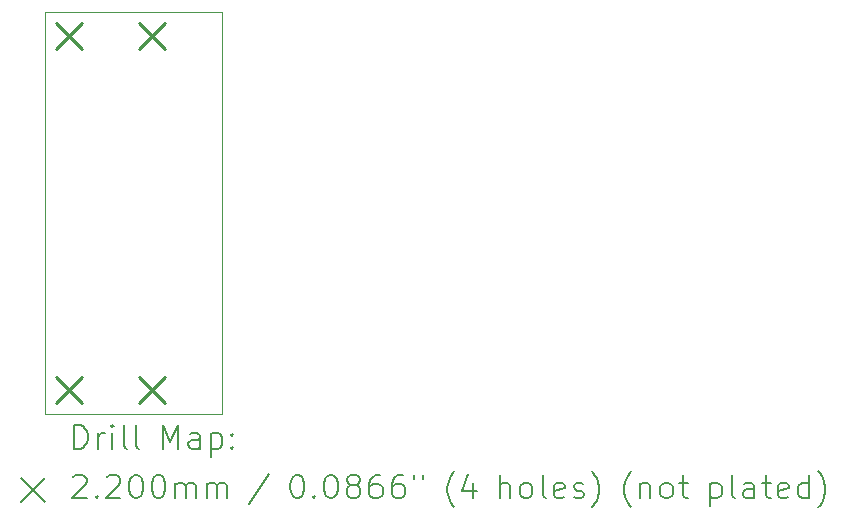
<source format=gbr>
%TF.GenerationSoftware,KiCad,Pcbnew,(7.0.0-0)*%
%TF.CreationDate,2023-06-29T18:43:14+08:00*%
%TF.ProjectId,cirque-connector,63697271-7565-42d6-936f-6e6e6563746f,rev?*%
%TF.SameCoordinates,Original*%
%TF.FileFunction,Drillmap*%
%TF.FilePolarity,Positive*%
%FSLAX45Y45*%
G04 Gerber Fmt 4.5, Leading zero omitted, Abs format (unit mm)*
G04 Created by KiCad (PCBNEW (7.0.0-0)) date 2023-06-29 18:43:14*
%MOMM*%
%LPD*%
G01*
G04 APERTURE LIST*
%ADD10C,0.050000*%
%ADD11C,0.200000*%
%ADD12C,0.220000*%
G04 APERTURE END LIST*
D10*
X2800000Y-5100000D02*
X4300000Y-5100000D01*
X2800000Y-8500000D02*
X4300000Y-8500000D01*
X4300000Y-5100000D02*
X4300000Y-8500000D01*
X2800000Y-5100000D02*
X2800000Y-8500000D01*
D11*
D12*
X2890000Y-5190000D02*
X3110000Y-5410000D01*
X3110000Y-5190000D02*
X2890000Y-5410000D01*
X2890000Y-8190000D02*
X3110000Y-8410000D01*
X3110000Y-8190000D02*
X2890000Y-8410000D01*
X3590000Y-5190000D02*
X3810000Y-5410000D01*
X3810000Y-5190000D02*
X3590000Y-5410000D01*
X3590000Y-8190000D02*
X3810000Y-8410000D01*
X3810000Y-8190000D02*
X3590000Y-8410000D01*
D11*
X3045119Y-8795976D02*
X3045119Y-8595976D01*
X3045119Y-8595976D02*
X3092738Y-8595976D01*
X3092738Y-8595976D02*
X3121309Y-8605500D01*
X3121309Y-8605500D02*
X3140357Y-8624548D01*
X3140357Y-8624548D02*
X3149881Y-8643595D01*
X3149881Y-8643595D02*
X3159405Y-8681690D01*
X3159405Y-8681690D02*
X3159405Y-8710262D01*
X3159405Y-8710262D02*
X3149881Y-8748357D01*
X3149881Y-8748357D02*
X3140357Y-8767405D01*
X3140357Y-8767405D02*
X3121309Y-8786452D01*
X3121309Y-8786452D02*
X3092738Y-8795976D01*
X3092738Y-8795976D02*
X3045119Y-8795976D01*
X3245119Y-8795976D02*
X3245119Y-8662643D01*
X3245119Y-8700738D02*
X3254643Y-8681690D01*
X3254643Y-8681690D02*
X3264167Y-8672167D01*
X3264167Y-8672167D02*
X3283214Y-8662643D01*
X3283214Y-8662643D02*
X3302262Y-8662643D01*
X3368928Y-8795976D02*
X3368928Y-8662643D01*
X3368928Y-8595976D02*
X3359405Y-8605500D01*
X3359405Y-8605500D02*
X3368928Y-8615024D01*
X3368928Y-8615024D02*
X3378452Y-8605500D01*
X3378452Y-8605500D02*
X3368928Y-8595976D01*
X3368928Y-8595976D02*
X3368928Y-8615024D01*
X3492738Y-8795976D02*
X3473690Y-8786452D01*
X3473690Y-8786452D02*
X3464167Y-8767405D01*
X3464167Y-8767405D02*
X3464167Y-8595976D01*
X3597500Y-8795976D02*
X3578452Y-8786452D01*
X3578452Y-8786452D02*
X3568928Y-8767405D01*
X3568928Y-8767405D02*
X3568928Y-8595976D01*
X3793690Y-8795976D02*
X3793690Y-8595976D01*
X3793690Y-8595976D02*
X3860357Y-8738833D01*
X3860357Y-8738833D02*
X3927024Y-8595976D01*
X3927024Y-8595976D02*
X3927024Y-8795976D01*
X4107976Y-8795976D02*
X4107976Y-8691214D01*
X4107976Y-8691214D02*
X4098452Y-8672167D01*
X4098452Y-8672167D02*
X4079405Y-8662643D01*
X4079405Y-8662643D02*
X4041309Y-8662643D01*
X4041309Y-8662643D02*
X4022262Y-8672167D01*
X4107976Y-8786452D02*
X4088928Y-8795976D01*
X4088928Y-8795976D02*
X4041309Y-8795976D01*
X4041309Y-8795976D02*
X4022262Y-8786452D01*
X4022262Y-8786452D02*
X4012738Y-8767405D01*
X4012738Y-8767405D02*
X4012738Y-8748357D01*
X4012738Y-8748357D02*
X4022262Y-8729310D01*
X4022262Y-8729310D02*
X4041309Y-8719786D01*
X4041309Y-8719786D02*
X4088928Y-8719786D01*
X4088928Y-8719786D02*
X4107976Y-8710262D01*
X4203214Y-8662643D02*
X4203214Y-8862643D01*
X4203214Y-8672167D02*
X4222262Y-8662643D01*
X4222262Y-8662643D02*
X4260357Y-8662643D01*
X4260357Y-8662643D02*
X4279405Y-8672167D01*
X4279405Y-8672167D02*
X4288929Y-8681690D01*
X4288929Y-8681690D02*
X4298452Y-8700738D01*
X4298452Y-8700738D02*
X4298452Y-8757881D01*
X4298452Y-8757881D02*
X4288929Y-8776929D01*
X4288929Y-8776929D02*
X4279405Y-8786452D01*
X4279405Y-8786452D02*
X4260357Y-8795976D01*
X4260357Y-8795976D02*
X4222262Y-8795976D01*
X4222262Y-8795976D02*
X4203214Y-8786452D01*
X4384167Y-8776929D02*
X4393690Y-8786452D01*
X4393690Y-8786452D02*
X4384167Y-8795976D01*
X4384167Y-8795976D02*
X4374643Y-8786452D01*
X4374643Y-8786452D02*
X4384167Y-8776929D01*
X4384167Y-8776929D02*
X4384167Y-8795976D01*
X4384167Y-8672167D02*
X4393690Y-8681690D01*
X4393690Y-8681690D02*
X4384167Y-8691214D01*
X4384167Y-8691214D02*
X4374643Y-8681690D01*
X4374643Y-8681690D02*
X4384167Y-8672167D01*
X4384167Y-8672167D02*
X4384167Y-8691214D01*
X2597500Y-9042500D02*
X2797500Y-9242500D01*
X2797500Y-9042500D02*
X2597500Y-9242500D01*
X3035595Y-9035024D02*
X3045119Y-9025500D01*
X3045119Y-9025500D02*
X3064167Y-9015976D01*
X3064167Y-9015976D02*
X3111786Y-9015976D01*
X3111786Y-9015976D02*
X3130833Y-9025500D01*
X3130833Y-9025500D02*
X3140357Y-9035024D01*
X3140357Y-9035024D02*
X3149881Y-9054071D01*
X3149881Y-9054071D02*
X3149881Y-9073119D01*
X3149881Y-9073119D02*
X3140357Y-9101690D01*
X3140357Y-9101690D02*
X3026071Y-9215976D01*
X3026071Y-9215976D02*
X3149881Y-9215976D01*
X3235595Y-9196929D02*
X3245119Y-9206452D01*
X3245119Y-9206452D02*
X3235595Y-9215976D01*
X3235595Y-9215976D02*
X3226071Y-9206452D01*
X3226071Y-9206452D02*
X3235595Y-9196929D01*
X3235595Y-9196929D02*
X3235595Y-9215976D01*
X3321309Y-9035024D02*
X3330833Y-9025500D01*
X3330833Y-9025500D02*
X3349881Y-9015976D01*
X3349881Y-9015976D02*
X3397500Y-9015976D01*
X3397500Y-9015976D02*
X3416548Y-9025500D01*
X3416548Y-9025500D02*
X3426071Y-9035024D01*
X3426071Y-9035024D02*
X3435595Y-9054071D01*
X3435595Y-9054071D02*
X3435595Y-9073119D01*
X3435595Y-9073119D02*
X3426071Y-9101690D01*
X3426071Y-9101690D02*
X3311786Y-9215976D01*
X3311786Y-9215976D02*
X3435595Y-9215976D01*
X3559405Y-9015976D02*
X3578452Y-9015976D01*
X3578452Y-9015976D02*
X3597500Y-9025500D01*
X3597500Y-9025500D02*
X3607024Y-9035024D01*
X3607024Y-9035024D02*
X3616548Y-9054071D01*
X3616548Y-9054071D02*
X3626071Y-9092167D01*
X3626071Y-9092167D02*
X3626071Y-9139786D01*
X3626071Y-9139786D02*
X3616548Y-9177881D01*
X3616548Y-9177881D02*
X3607024Y-9196929D01*
X3607024Y-9196929D02*
X3597500Y-9206452D01*
X3597500Y-9206452D02*
X3578452Y-9215976D01*
X3578452Y-9215976D02*
X3559405Y-9215976D01*
X3559405Y-9215976D02*
X3540357Y-9206452D01*
X3540357Y-9206452D02*
X3530833Y-9196929D01*
X3530833Y-9196929D02*
X3521309Y-9177881D01*
X3521309Y-9177881D02*
X3511786Y-9139786D01*
X3511786Y-9139786D02*
X3511786Y-9092167D01*
X3511786Y-9092167D02*
X3521309Y-9054071D01*
X3521309Y-9054071D02*
X3530833Y-9035024D01*
X3530833Y-9035024D02*
X3540357Y-9025500D01*
X3540357Y-9025500D02*
X3559405Y-9015976D01*
X3749881Y-9015976D02*
X3768929Y-9015976D01*
X3768929Y-9015976D02*
X3787976Y-9025500D01*
X3787976Y-9025500D02*
X3797500Y-9035024D01*
X3797500Y-9035024D02*
X3807024Y-9054071D01*
X3807024Y-9054071D02*
X3816548Y-9092167D01*
X3816548Y-9092167D02*
X3816548Y-9139786D01*
X3816548Y-9139786D02*
X3807024Y-9177881D01*
X3807024Y-9177881D02*
X3797500Y-9196929D01*
X3797500Y-9196929D02*
X3787976Y-9206452D01*
X3787976Y-9206452D02*
X3768929Y-9215976D01*
X3768929Y-9215976D02*
X3749881Y-9215976D01*
X3749881Y-9215976D02*
X3730833Y-9206452D01*
X3730833Y-9206452D02*
X3721309Y-9196929D01*
X3721309Y-9196929D02*
X3711786Y-9177881D01*
X3711786Y-9177881D02*
X3702262Y-9139786D01*
X3702262Y-9139786D02*
X3702262Y-9092167D01*
X3702262Y-9092167D02*
X3711786Y-9054071D01*
X3711786Y-9054071D02*
X3721309Y-9035024D01*
X3721309Y-9035024D02*
X3730833Y-9025500D01*
X3730833Y-9025500D02*
X3749881Y-9015976D01*
X3902262Y-9215976D02*
X3902262Y-9082643D01*
X3902262Y-9101690D02*
X3911786Y-9092167D01*
X3911786Y-9092167D02*
X3930833Y-9082643D01*
X3930833Y-9082643D02*
X3959405Y-9082643D01*
X3959405Y-9082643D02*
X3978452Y-9092167D01*
X3978452Y-9092167D02*
X3987976Y-9111214D01*
X3987976Y-9111214D02*
X3987976Y-9215976D01*
X3987976Y-9111214D02*
X3997500Y-9092167D01*
X3997500Y-9092167D02*
X4016548Y-9082643D01*
X4016548Y-9082643D02*
X4045119Y-9082643D01*
X4045119Y-9082643D02*
X4064167Y-9092167D01*
X4064167Y-9092167D02*
X4073690Y-9111214D01*
X4073690Y-9111214D02*
X4073690Y-9215976D01*
X4168929Y-9215976D02*
X4168929Y-9082643D01*
X4168929Y-9101690D02*
X4178452Y-9092167D01*
X4178452Y-9092167D02*
X4197500Y-9082643D01*
X4197500Y-9082643D02*
X4226072Y-9082643D01*
X4226072Y-9082643D02*
X4245119Y-9092167D01*
X4245119Y-9092167D02*
X4254643Y-9111214D01*
X4254643Y-9111214D02*
X4254643Y-9215976D01*
X4254643Y-9111214D02*
X4264167Y-9092167D01*
X4264167Y-9092167D02*
X4283214Y-9082643D01*
X4283214Y-9082643D02*
X4311786Y-9082643D01*
X4311786Y-9082643D02*
X4330833Y-9092167D01*
X4330833Y-9092167D02*
X4340357Y-9111214D01*
X4340357Y-9111214D02*
X4340357Y-9215976D01*
X4698452Y-9006452D02*
X4527024Y-9263595D01*
X4923214Y-9015976D02*
X4942262Y-9015976D01*
X4942262Y-9015976D02*
X4961310Y-9025500D01*
X4961310Y-9025500D02*
X4970833Y-9035024D01*
X4970833Y-9035024D02*
X4980357Y-9054071D01*
X4980357Y-9054071D02*
X4989881Y-9092167D01*
X4989881Y-9092167D02*
X4989881Y-9139786D01*
X4989881Y-9139786D02*
X4980357Y-9177881D01*
X4980357Y-9177881D02*
X4970833Y-9196929D01*
X4970833Y-9196929D02*
X4961310Y-9206452D01*
X4961310Y-9206452D02*
X4942262Y-9215976D01*
X4942262Y-9215976D02*
X4923214Y-9215976D01*
X4923214Y-9215976D02*
X4904167Y-9206452D01*
X4904167Y-9206452D02*
X4894643Y-9196929D01*
X4894643Y-9196929D02*
X4885119Y-9177881D01*
X4885119Y-9177881D02*
X4875595Y-9139786D01*
X4875595Y-9139786D02*
X4875595Y-9092167D01*
X4875595Y-9092167D02*
X4885119Y-9054071D01*
X4885119Y-9054071D02*
X4894643Y-9035024D01*
X4894643Y-9035024D02*
X4904167Y-9025500D01*
X4904167Y-9025500D02*
X4923214Y-9015976D01*
X5075595Y-9196929D02*
X5085119Y-9206452D01*
X5085119Y-9206452D02*
X5075595Y-9215976D01*
X5075595Y-9215976D02*
X5066072Y-9206452D01*
X5066072Y-9206452D02*
X5075595Y-9196929D01*
X5075595Y-9196929D02*
X5075595Y-9215976D01*
X5208929Y-9015976D02*
X5227976Y-9015976D01*
X5227976Y-9015976D02*
X5247024Y-9025500D01*
X5247024Y-9025500D02*
X5256548Y-9035024D01*
X5256548Y-9035024D02*
X5266072Y-9054071D01*
X5266072Y-9054071D02*
X5275595Y-9092167D01*
X5275595Y-9092167D02*
X5275595Y-9139786D01*
X5275595Y-9139786D02*
X5266072Y-9177881D01*
X5266072Y-9177881D02*
X5256548Y-9196929D01*
X5256548Y-9196929D02*
X5247024Y-9206452D01*
X5247024Y-9206452D02*
X5227976Y-9215976D01*
X5227976Y-9215976D02*
X5208929Y-9215976D01*
X5208929Y-9215976D02*
X5189881Y-9206452D01*
X5189881Y-9206452D02*
X5180357Y-9196929D01*
X5180357Y-9196929D02*
X5170833Y-9177881D01*
X5170833Y-9177881D02*
X5161310Y-9139786D01*
X5161310Y-9139786D02*
X5161310Y-9092167D01*
X5161310Y-9092167D02*
X5170833Y-9054071D01*
X5170833Y-9054071D02*
X5180357Y-9035024D01*
X5180357Y-9035024D02*
X5189881Y-9025500D01*
X5189881Y-9025500D02*
X5208929Y-9015976D01*
X5389881Y-9101690D02*
X5370833Y-9092167D01*
X5370833Y-9092167D02*
X5361310Y-9082643D01*
X5361310Y-9082643D02*
X5351786Y-9063595D01*
X5351786Y-9063595D02*
X5351786Y-9054071D01*
X5351786Y-9054071D02*
X5361310Y-9035024D01*
X5361310Y-9035024D02*
X5370833Y-9025500D01*
X5370833Y-9025500D02*
X5389881Y-9015976D01*
X5389881Y-9015976D02*
X5427976Y-9015976D01*
X5427976Y-9015976D02*
X5447024Y-9025500D01*
X5447024Y-9025500D02*
X5456548Y-9035024D01*
X5456548Y-9035024D02*
X5466072Y-9054071D01*
X5466072Y-9054071D02*
X5466072Y-9063595D01*
X5466072Y-9063595D02*
X5456548Y-9082643D01*
X5456548Y-9082643D02*
X5447024Y-9092167D01*
X5447024Y-9092167D02*
X5427976Y-9101690D01*
X5427976Y-9101690D02*
X5389881Y-9101690D01*
X5389881Y-9101690D02*
X5370833Y-9111214D01*
X5370833Y-9111214D02*
X5361310Y-9120738D01*
X5361310Y-9120738D02*
X5351786Y-9139786D01*
X5351786Y-9139786D02*
X5351786Y-9177881D01*
X5351786Y-9177881D02*
X5361310Y-9196929D01*
X5361310Y-9196929D02*
X5370833Y-9206452D01*
X5370833Y-9206452D02*
X5389881Y-9215976D01*
X5389881Y-9215976D02*
X5427976Y-9215976D01*
X5427976Y-9215976D02*
X5447024Y-9206452D01*
X5447024Y-9206452D02*
X5456548Y-9196929D01*
X5456548Y-9196929D02*
X5466072Y-9177881D01*
X5466072Y-9177881D02*
X5466072Y-9139786D01*
X5466072Y-9139786D02*
X5456548Y-9120738D01*
X5456548Y-9120738D02*
X5447024Y-9111214D01*
X5447024Y-9111214D02*
X5427976Y-9101690D01*
X5637500Y-9015976D02*
X5599405Y-9015976D01*
X5599405Y-9015976D02*
X5580357Y-9025500D01*
X5580357Y-9025500D02*
X5570833Y-9035024D01*
X5570833Y-9035024D02*
X5551786Y-9063595D01*
X5551786Y-9063595D02*
X5542262Y-9101690D01*
X5542262Y-9101690D02*
X5542262Y-9177881D01*
X5542262Y-9177881D02*
X5551786Y-9196929D01*
X5551786Y-9196929D02*
X5561310Y-9206452D01*
X5561310Y-9206452D02*
X5580357Y-9215976D01*
X5580357Y-9215976D02*
X5618452Y-9215976D01*
X5618452Y-9215976D02*
X5637500Y-9206452D01*
X5637500Y-9206452D02*
X5647024Y-9196929D01*
X5647024Y-9196929D02*
X5656548Y-9177881D01*
X5656548Y-9177881D02*
X5656548Y-9130262D01*
X5656548Y-9130262D02*
X5647024Y-9111214D01*
X5647024Y-9111214D02*
X5637500Y-9101690D01*
X5637500Y-9101690D02*
X5618452Y-9092167D01*
X5618452Y-9092167D02*
X5580357Y-9092167D01*
X5580357Y-9092167D02*
X5561310Y-9101690D01*
X5561310Y-9101690D02*
X5551786Y-9111214D01*
X5551786Y-9111214D02*
X5542262Y-9130262D01*
X5827976Y-9015976D02*
X5789881Y-9015976D01*
X5789881Y-9015976D02*
X5770833Y-9025500D01*
X5770833Y-9025500D02*
X5761310Y-9035024D01*
X5761310Y-9035024D02*
X5742262Y-9063595D01*
X5742262Y-9063595D02*
X5732738Y-9101690D01*
X5732738Y-9101690D02*
X5732738Y-9177881D01*
X5732738Y-9177881D02*
X5742262Y-9196929D01*
X5742262Y-9196929D02*
X5751786Y-9206452D01*
X5751786Y-9206452D02*
X5770833Y-9215976D01*
X5770833Y-9215976D02*
X5808929Y-9215976D01*
X5808929Y-9215976D02*
X5827976Y-9206452D01*
X5827976Y-9206452D02*
X5837500Y-9196929D01*
X5837500Y-9196929D02*
X5847024Y-9177881D01*
X5847024Y-9177881D02*
X5847024Y-9130262D01*
X5847024Y-9130262D02*
X5837500Y-9111214D01*
X5837500Y-9111214D02*
X5827976Y-9101690D01*
X5827976Y-9101690D02*
X5808929Y-9092167D01*
X5808929Y-9092167D02*
X5770833Y-9092167D01*
X5770833Y-9092167D02*
X5751786Y-9101690D01*
X5751786Y-9101690D02*
X5742262Y-9111214D01*
X5742262Y-9111214D02*
X5732738Y-9130262D01*
X5923214Y-9015976D02*
X5923214Y-9054071D01*
X5999405Y-9015976D02*
X5999405Y-9054071D01*
X6262262Y-9292167D02*
X6252738Y-9282643D01*
X6252738Y-9282643D02*
X6233691Y-9254071D01*
X6233691Y-9254071D02*
X6224167Y-9235024D01*
X6224167Y-9235024D02*
X6214643Y-9206452D01*
X6214643Y-9206452D02*
X6205119Y-9158833D01*
X6205119Y-9158833D02*
X6205119Y-9120738D01*
X6205119Y-9120738D02*
X6214643Y-9073119D01*
X6214643Y-9073119D02*
X6224167Y-9044548D01*
X6224167Y-9044548D02*
X6233691Y-9025500D01*
X6233691Y-9025500D02*
X6252738Y-8996929D01*
X6252738Y-8996929D02*
X6262262Y-8987405D01*
X6424167Y-9082643D02*
X6424167Y-9215976D01*
X6376548Y-9006452D02*
X6328929Y-9149310D01*
X6328929Y-9149310D02*
X6452738Y-9149310D01*
X6648929Y-9215976D02*
X6648929Y-9015976D01*
X6734643Y-9215976D02*
X6734643Y-9111214D01*
X6734643Y-9111214D02*
X6725119Y-9092167D01*
X6725119Y-9092167D02*
X6706072Y-9082643D01*
X6706072Y-9082643D02*
X6677500Y-9082643D01*
X6677500Y-9082643D02*
X6658452Y-9092167D01*
X6658452Y-9092167D02*
X6648929Y-9101690D01*
X6858452Y-9215976D02*
X6839405Y-9206452D01*
X6839405Y-9206452D02*
X6829881Y-9196929D01*
X6829881Y-9196929D02*
X6820357Y-9177881D01*
X6820357Y-9177881D02*
X6820357Y-9120738D01*
X6820357Y-9120738D02*
X6829881Y-9101690D01*
X6829881Y-9101690D02*
X6839405Y-9092167D01*
X6839405Y-9092167D02*
X6858452Y-9082643D01*
X6858452Y-9082643D02*
X6887024Y-9082643D01*
X6887024Y-9082643D02*
X6906072Y-9092167D01*
X6906072Y-9092167D02*
X6915595Y-9101690D01*
X6915595Y-9101690D02*
X6925119Y-9120738D01*
X6925119Y-9120738D02*
X6925119Y-9177881D01*
X6925119Y-9177881D02*
X6915595Y-9196929D01*
X6915595Y-9196929D02*
X6906072Y-9206452D01*
X6906072Y-9206452D02*
X6887024Y-9215976D01*
X6887024Y-9215976D02*
X6858452Y-9215976D01*
X7039405Y-9215976D02*
X7020357Y-9206452D01*
X7020357Y-9206452D02*
X7010833Y-9187405D01*
X7010833Y-9187405D02*
X7010833Y-9015976D01*
X7191786Y-9206452D02*
X7172738Y-9215976D01*
X7172738Y-9215976D02*
X7134643Y-9215976D01*
X7134643Y-9215976D02*
X7115595Y-9206452D01*
X7115595Y-9206452D02*
X7106072Y-9187405D01*
X7106072Y-9187405D02*
X7106072Y-9111214D01*
X7106072Y-9111214D02*
X7115595Y-9092167D01*
X7115595Y-9092167D02*
X7134643Y-9082643D01*
X7134643Y-9082643D02*
X7172738Y-9082643D01*
X7172738Y-9082643D02*
X7191786Y-9092167D01*
X7191786Y-9092167D02*
X7201310Y-9111214D01*
X7201310Y-9111214D02*
X7201310Y-9130262D01*
X7201310Y-9130262D02*
X7106072Y-9149310D01*
X7277500Y-9206452D02*
X7296548Y-9215976D01*
X7296548Y-9215976D02*
X7334643Y-9215976D01*
X7334643Y-9215976D02*
X7353691Y-9206452D01*
X7353691Y-9206452D02*
X7363214Y-9187405D01*
X7363214Y-9187405D02*
X7363214Y-9177881D01*
X7363214Y-9177881D02*
X7353691Y-9158833D01*
X7353691Y-9158833D02*
X7334643Y-9149310D01*
X7334643Y-9149310D02*
X7306072Y-9149310D01*
X7306072Y-9149310D02*
X7287024Y-9139786D01*
X7287024Y-9139786D02*
X7277500Y-9120738D01*
X7277500Y-9120738D02*
X7277500Y-9111214D01*
X7277500Y-9111214D02*
X7287024Y-9092167D01*
X7287024Y-9092167D02*
X7306072Y-9082643D01*
X7306072Y-9082643D02*
X7334643Y-9082643D01*
X7334643Y-9082643D02*
X7353691Y-9092167D01*
X7429881Y-9292167D02*
X7439405Y-9282643D01*
X7439405Y-9282643D02*
X7458453Y-9254071D01*
X7458453Y-9254071D02*
X7467976Y-9235024D01*
X7467976Y-9235024D02*
X7477500Y-9206452D01*
X7477500Y-9206452D02*
X7487024Y-9158833D01*
X7487024Y-9158833D02*
X7487024Y-9120738D01*
X7487024Y-9120738D02*
X7477500Y-9073119D01*
X7477500Y-9073119D02*
X7467976Y-9044548D01*
X7467976Y-9044548D02*
X7458453Y-9025500D01*
X7458453Y-9025500D02*
X7439405Y-8996929D01*
X7439405Y-8996929D02*
X7429881Y-8987405D01*
X7759405Y-9292167D02*
X7749881Y-9282643D01*
X7749881Y-9282643D02*
X7730833Y-9254071D01*
X7730833Y-9254071D02*
X7721310Y-9235024D01*
X7721310Y-9235024D02*
X7711786Y-9206452D01*
X7711786Y-9206452D02*
X7702262Y-9158833D01*
X7702262Y-9158833D02*
X7702262Y-9120738D01*
X7702262Y-9120738D02*
X7711786Y-9073119D01*
X7711786Y-9073119D02*
X7721310Y-9044548D01*
X7721310Y-9044548D02*
X7730833Y-9025500D01*
X7730833Y-9025500D02*
X7749881Y-8996929D01*
X7749881Y-8996929D02*
X7759405Y-8987405D01*
X7835595Y-9082643D02*
X7835595Y-9215976D01*
X7835595Y-9101690D02*
X7845119Y-9092167D01*
X7845119Y-9092167D02*
X7864167Y-9082643D01*
X7864167Y-9082643D02*
X7892738Y-9082643D01*
X7892738Y-9082643D02*
X7911786Y-9092167D01*
X7911786Y-9092167D02*
X7921310Y-9111214D01*
X7921310Y-9111214D02*
X7921310Y-9215976D01*
X8045119Y-9215976D02*
X8026072Y-9206452D01*
X8026072Y-9206452D02*
X8016548Y-9196929D01*
X8016548Y-9196929D02*
X8007024Y-9177881D01*
X8007024Y-9177881D02*
X8007024Y-9120738D01*
X8007024Y-9120738D02*
X8016548Y-9101690D01*
X8016548Y-9101690D02*
X8026072Y-9092167D01*
X8026072Y-9092167D02*
X8045119Y-9082643D01*
X8045119Y-9082643D02*
X8073691Y-9082643D01*
X8073691Y-9082643D02*
X8092738Y-9092167D01*
X8092738Y-9092167D02*
X8102262Y-9101690D01*
X8102262Y-9101690D02*
X8111786Y-9120738D01*
X8111786Y-9120738D02*
X8111786Y-9177881D01*
X8111786Y-9177881D02*
X8102262Y-9196929D01*
X8102262Y-9196929D02*
X8092738Y-9206452D01*
X8092738Y-9206452D02*
X8073691Y-9215976D01*
X8073691Y-9215976D02*
X8045119Y-9215976D01*
X8168929Y-9082643D02*
X8245119Y-9082643D01*
X8197500Y-9015976D02*
X8197500Y-9187405D01*
X8197500Y-9187405D02*
X8207024Y-9206452D01*
X8207024Y-9206452D02*
X8226072Y-9215976D01*
X8226072Y-9215976D02*
X8245119Y-9215976D01*
X8431786Y-9082643D02*
X8431786Y-9282643D01*
X8431786Y-9092167D02*
X8450834Y-9082643D01*
X8450834Y-9082643D02*
X8488929Y-9082643D01*
X8488929Y-9082643D02*
X8507976Y-9092167D01*
X8507976Y-9092167D02*
X8517500Y-9101690D01*
X8517500Y-9101690D02*
X8527024Y-9120738D01*
X8527024Y-9120738D02*
X8527024Y-9177881D01*
X8527024Y-9177881D02*
X8517500Y-9196929D01*
X8517500Y-9196929D02*
X8507976Y-9206452D01*
X8507976Y-9206452D02*
X8488929Y-9215976D01*
X8488929Y-9215976D02*
X8450834Y-9215976D01*
X8450834Y-9215976D02*
X8431786Y-9206452D01*
X8641310Y-9215976D02*
X8622262Y-9206452D01*
X8622262Y-9206452D02*
X8612738Y-9187405D01*
X8612738Y-9187405D02*
X8612738Y-9015976D01*
X8803215Y-9215976D02*
X8803215Y-9111214D01*
X8803215Y-9111214D02*
X8793691Y-9092167D01*
X8793691Y-9092167D02*
X8774643Y-9082643D01*
X8774643Y-9082643D02*
X8736548Y-9082643D01*
X8736548Y-9082643D02*
X8717500Y-9092167D01*
X8803215Y-9206452D02*
X8784167Y-9215976D01*
X8784167Y-9215976D02*
X8736548Y-9215976D01*
X8736548Y-9215976D02*
X8717500Y-9206452D01*
X8717500Y-9206452D02*
X8707976Y-9187405D01*
X8707976Y-9187405D02*
X8707976Y-9168357D01*
X8707976Y-9168357D02*
X8717500Y-9149310D01*
X8717500Y-9149310D02*
X8736548Y-9139786D01*
X8736548Y-9139786D02*
X8784167Y-9139786D01*
X8784167Y-9139786D02*
X8803215Y-9130262D01*
X8869881Y-9082643D02*
X8946072Y-9082643D01*
X8898453Y-9015976D02*
X8898453Y-9187405D01*
X8898453Y-9187405D02*
X8907976Y-9206452D01*
X8907976Y-9206452D02*
X8927024Y-9215976D01*
X8927024Y-9215976D02*
X8946072Y-9215976D01*
X9088929Y-9206452D02*
X9069881Y-9215976D01*
X9069881Y-9215976D02*
X9031786Y-9215976D01*
X9031786Y-9215976D02*
X9012738Y-9206452D01*
X9012738Y-9206452D02*
X9003215Y-9187405D01*
X9003215Y-9187405D02*
X9003215Y-9111214D01*
X9003215Y-9111214D02*
X9012738Y-9092167D01*
X9012738Y-9092167D02*
X9031786Y-9082643D01*
X9031786Y-9082643D02*
X9069881Y-9082643D01*
X9069881Y-9082643D02*
X9088929Y-9092167D01*
X9088929Y-9092167D02*
X9098453Y-9111214D01*
X9098453Y-9111214D02*
X9098453Y-9130262D01*
X9098453Y-9130262D02*
X9003215Y-9149310D01*
X9269881Y-9215976D02*
X9269881Y-9015976D01*
X9269881Y-9206452D02*
X9250834Y-9215976D01*
X9250834Y-9215976D02*
X9212738Y-9215976D01*
X9212738Y-9215976D02*
X9193691Y-9206452D01*
X9193691Y-9206452D02*
X9184167Y-9196929D01*
X9184167Y-9196929D02*
X9174643Y-9177881D01*
X9174643Y-9177881D02*
X9174643Y-9120738D01*
X9174643Y-9120738D02*
X9184167Y-9101690D01*
X9184167Y-9101690D02*
X9193691Y-9092167D01*
X9193691Y-9092167D02*
X9212738Y-9082643D01*
X9212738Y-9082643D02*
X9250834Y-9082643D01*
X9250834Y-9082643D02*
X9269881Y-9092167D01*
X9346072Y-9292167D02*
X9355596Y-9282643D01*
X9355596Y-9282643D02*
X9374643Y-9254071D01*
X9374643Y-9254071D02*
X9384167Y-9235024D01*
X9384167Y-9235024D02*
X9393691Y-9206452D01*
X9393691Y-9206452D02*
X9403215Y-9158833D01*
X9403215Y-9158833D02*
X9403215Y-9120738D01*
X9403215Y-9120738D02*
X9393691Y-9073119D01*
X9393691Y-9073119D02*
X9384167Y-9044548D01*
X9384167Y-9044548D02*
X9374643Y-9025500D01*
X9374643Y-9025500D02*
X9355596Y-8996929D01*
X9355596Y-8996929D02*
X9346072Y-8987405D01*
M02*

</source>
